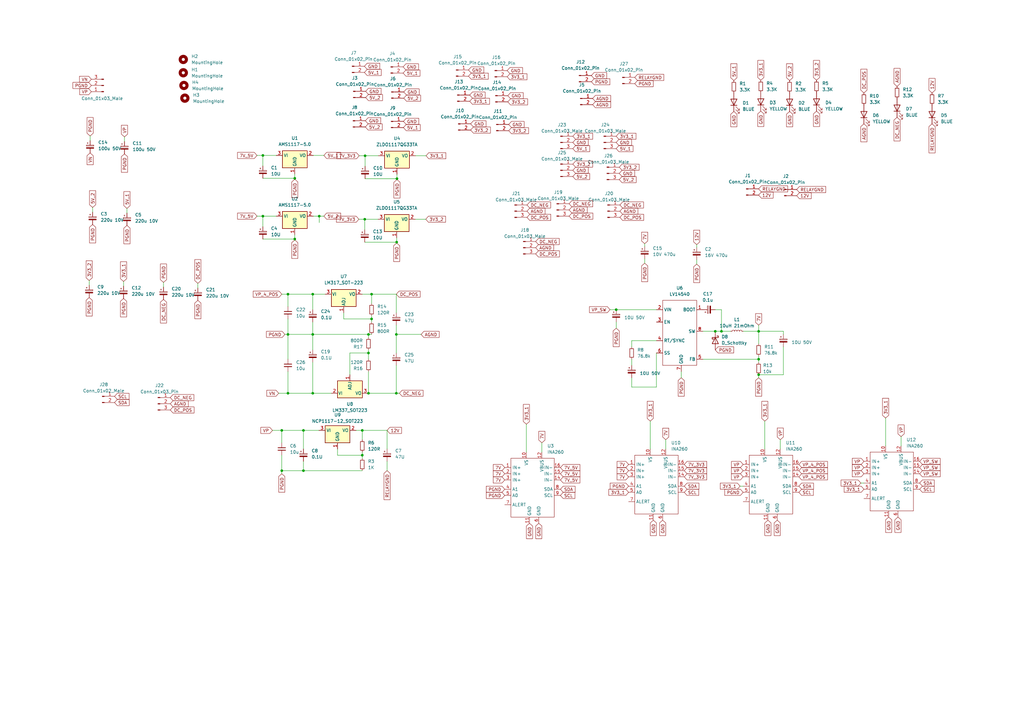
<source format=kicad_sch>
(kicad_sch (version 20231120) (generator "eeschema") (generator_version "8.0")
  (paper "A3")
  (junction (at 311.15 135.89))
  (junction (at 118.11 161.29))
  (junction (at 152.4 130.81))
  (junction (at 311.15 147.32))
  (junction (at 151.13 144.78))
  (junction (at 149.733 63.881))
  (junction (at 115.57 176.53))
  (junction (at 152.4 120.65))
  (junction (at 130.937 88.646))
  (junction (at 151.13 137.16))
  (junction (at 128.27 120.65))
  (junction (at 149.606 89.916))
  (junction (at 162.56 137.16))
  (junction (at 162.687 99.314))
  (junction (at 128.27 161.29))
  (junction (at 124.46 176.53))
  (junction (at 107.823 88.646))
  (junction (at 295.91 135.89))
  (junction (at 162.814 73.279))
  (junction (at 118.11 120.65))
  (junction (at 151.13 161.29))
  (junction (at 162.56 161.29))
  (junction (at 115.57 193.04))
  (junction (at 128.27 137.16))
  (junction (at 311.15 153.67))
  (junction (at 124.46 193.04))
  (junction (at 293.37 135.89))
  (junction (at 120.904 98.044))
  (junction (at 118.11 137.16))
  (junction (at 120.904 73.152))
  (junction (at 107.823 63.754))
  (junction (at 252.73 127))
  (junction (at 148.59 176.53))
  (junction (at 148.59 186.69))
  (wire (pts (xy 107.823 88.646) (xy 113.284 88.646)))
  (wire (pts (xy 148.59 185.42) (xy 148.59 186.69)))
  (wire (pts (xy 170.307 89.916) (xy 174.625 89.916)))
  (wire (pts (xy 130.937 88.646) (xy 128.524 88.646)))
  (wire (pts (xy 252.73 127) (xy 269.24 127)))
  (wire (pts (xy 311.15 133.35) (xy 311.15 135.89)))
  (wire (pts (xy 269.24 144.78) (xy 269.24 158.75)))
  (wire (pts (xy 124.46 176.53) (xy 130.81 176.53)))
  (wire (pts (xy 118.11 137.16) (xy 128.27 137.16)))
  (wire (pts (xy 252.73 134.62) (xy 252.73 132.08)))
  (wire (pts (xy 118.11 147.32) (xy 118.11 137.16)))
  (wire (pts (xy 36.576 115.062) (xy 36.576 116.967)))
  (wire (pts (xy 124.46 184.15) (xy 124.46 176.53)))
  (wire (pts (xy 152.4 130.81) (xy 152.4 132.08)))
  (wire (pts (xy 152.4 129.54) (xy 152.4 130.81)))
  (wire (pts (xy 138.43 184.15) (xy 138.43 186.69)))
  (wire (pts (xy 118.11 161.29) (xy 128.27 161.29)))
  (wire (pts (xy 162.687 99.695) (xy 162.687 99.314)))
  (wire (pts (xy 120.904 73.533) (xy 120.904 73.152)))
  (wire (pts (xy 146.05 176.53) (xy 148.59 176.53)))
  (wire (pts (xy 269.24 139.7) (xy 259.08 139.7)))
  (wire (pts (xy 259.08 158.75) (xy 259.08 154.94)))
  (wire (pts (xy 162.687 99.314) (xy 162.687 97.536)))
  (wire (pts (xy 107.823 63.754) (xy 113.284 63.754)))
  (wire (pts (xy 36.957 55.753) (xy 36.957 57.658)))
  (wire (pts (xy 37.973 85.09) (xy 37.973 86.995)))
  (wire (pts (xy 115.57 193.04) (xy 124.46 193.04)))
  (wire (pts (xy 158.75 189.23) (xy 158.75 193.04)))
  (wire (pts (xy 149.606 99.314) (xy 162.687 99.314)))
  (wire (pts (xy 107.823 98.044) (xy 120.904 98.044)))
  (wire (pts (xy 170.434 63.881) (xy 174.752 63.881)))
  (wire (pts (xy 162.56 161.29) (xy 163.83 161.29)))
  (wire (pts (xy 120.904 73.152) (xy 120.904 71.374)))
  (wire (pts (xy 321.31 153.67) (xy 311.15 153.67)))
  (wire (pts (xy 149.733 73.279) (xy 162.814 73.279)))
  (wire (pts (xy 67.056 115.824) (xy 67.056 117.729)))
  (wire (pts (xy 111.76 176.53) (xy 115.57 176.53)))
  (wire (pts (xy 162.56 161.29) (xy 162.56 149.86)))
  (wire (pts (xy 299.72 135.89) (xy 295.91 135.89)))
  (wire (pts (xy 120.904 98.044) (xy 120.904 96.266)))
  (wire (pts (xy 151.13 152.4) (xy 151.13 161.29)))
  (wire (pts (xy 138.43 186.69) (xy 148.59 186.69)))
  (wire (pts (xy 147.193 89.916) (xy 149.606 89.916)))
  (wire (pts (xy 264.414 99.949) (xy 264.414 101.092)))
  (wire (pts (xy 116.84 137.16) (xy 118.11 137.16)))
  (wire (pts (xy 149.733 63.881) (xy 155.194 63.881)))
  (wire (pts (xy 321.31 135.89) (xy 321.31 137.16)))
  (wire (pts (xy 128.27 161.29) (xy 135.89 161.29)))
  (wire (pts (xy 162.56 128.27) (xy 162.56 120.65)))
  (wire (pts (xy 215.9 173.99) (xy 215.9 185.42)))
  (wire (pts (xy 266.7 172.72) (xy 266.7 184.15)))
  (wire (pts (xy 140.97 128.27) (xy 140.97 130.81)))
  (wire (pts (xy 128.27 120.65) (xy 133.35 120.65)))
  (wire (pts (xy 118.11 152.4) (xy 118.11 161.29)))
  (wire (pts (xy 369.57 179.07) (xy 369.57 182.88)))
  (wire (pts (xy 118.11 130.81) (xy 118.11 137.16)))
  (wire (pts (xy 311.15 135.89) (xy 311.15 140.97)))
  (wire (pts (xy 143.51 144.78) (xy 151.13 144.78)))
  (wire (pts (xy 107.823 68.072) (xy 107.823 63.754)))
  (wire (pts (xy 148.59 186.69) (xy 148.59 187.96)))
  (wire (pts (xy 128.27 127) (xy 128.27 120.65)))
  (wire (pts (xy 353.06 198.12) (xy 354.33 198.12)))
  (wire (pts (xy 162.56 133.35) (xy 162.56 137.16)))
  (wire (pts (xy 132.842 88.646) (xy 130.937 88.646)))
  (wire (pts (xy 143.51 153.67) (xy 143.51 144.78)))
  (wire (pts (xy 128.27 137.16) (xy 128.27 132.08)))
  (wire (pts (xy 158.75 184.15) (xy 158.75 176.53)))
  (wire (pts (xy 148.59 176.53) (xy 148.59 180.34)))
  (wire (pts (xy 152.4 120.65) (xy 152.4 124.46)))
  (wire (pts (xy 81.153 116.205) (xy 81.153 118.11)))
  (wire (pts (xy 279.4 154.94) (xy 279.4 152.4)))
  (wire (pts (xy 311.15 148.59) (xy 311.15 147.32)))
  (wire (pts (xy 107.823 92.964) (xy 107.823 88.646)))
  (wire (pts (xy 105.41 88.646) (xy 107.823 88.646)))
  (wire (pts (xy 128.27 148.59) (xy 128.27 161.29)))
  (wire (pts (xy 152.4 120.65) (xy 162.56 120.65)))
  (wire (pts (xy 288.29 147.32) (xy 311.15 147.32)))
  (wire (pts (xy 50.673 115.443) (xy 50.673 117.348)))
  (wire (pts (xy 311.15 154.94) (xy 311.15 153.67)))
  (wire (pts (xy 115.57 176.53) (xy 124.46 176.53)))
  (wire (pts (xy 151.13 147.32) (xy 151.13 144.78)))
  (wire (pts (xy 222.25 181.61) (xy 222.25 185.42)))
  (wire (pts (xy 259.08 149.86) (xy 259.08 147.32)))
  (wire (pts (xy 151.13 161.29) (xy 162.56 161.29)))
  (wire (pts (xy 295.91 127) (xy 293.37 127)))
  (wire (pts (xy 295.91 135.89) (xy 295.91 127)))
  (wire (pts (xy 149.606 94.234) (xy 149.606 89.916)))
  (wire (pts (xy 303.53 199.39) (xy 304.8 199.39)))
  (wire (pts (xy 320.04 180.34) (xy 320.04 184.15)))
  (wire (pts (xy 151.13 144.78) (xy 151.13 143.51)))
  (wire (pts (xy 293.37 135.89) (xy 295.91 135.89)))
  (wire (pts (xy 115.57 120.65) (xy 118.11 120.65)))
  (wire (pts (xy 259.08 139.7) (xy 259.08 142.24)))
  (wire (pts (xy 148.59 120.65) (xy 152.4 120.65)))
  (wire (pts (xy 273.05 180.34) (xy 273.05 184.15)))
  (wire (pts (xy 115.57 181.61) (xy 115.57 176.53)))
  (wire (pts (xy 285.75 108.331) (xy 285.75 106.553)))
  (wire (pts (xy 124.46 193.04) (xy 124.46 189.23)))
  (wire (pts (xy 107.823 73.152) (xy 120.904 73.152)))
  (wire (pts (xy 321.31 142.24) (xy 321.31 153.67)))
  (wire (pts (xy 363.22 171.45) (xy 363.22 182.88)))
  (wire (pts (xy 105.41 63.754) (xy 107.823 63.754)))
  (wire (pts (xy 162.56 144.78) (xy 162.56 137.16)))
  (wire (pts (xy 264.414 107.95) (xy 264.414 106.172)))
  (wire (pts (xy 124.46 193.04) (xy 148.59 193.04)))
  (wire (pts (xy 118.11 125.73) (xy 118.11 120.65)))
  (wire (pts (xy 285.75 100.33) (xy 285.75 101.473)))
  (wire (pts (xy 250.19 127) (xy 252.73 127)))
  (wire (pts (xy 118.11 120.65) (xy 128.27 120.65)))
  (wire (pts (xy 304.8 135.89) (xy 311.15 135.89)))
  (wire (pts (xy 311.15 147.32) (xy 311.15 146.05)))
  (wire (pts (xy 151.13 137.16) (xy 152.4 137.16)))
  (wire (pts (xy 140.97 130.81) (xy 152.4 130.81)))
  (wire (pts (xy 147.32 63.881) (xy 149.733 63.881)))
  (wire (pts (xy 120.904 98.425) (xy 120.904 98.044)))
  (wire (pts (xy 162.814 73.66) (xy 162.814 73.279)))
  (wire (pts (xy 149.733 68.199) (xy 149.733 63.881)))
  (wire (pts (xy 311.15 135.89) (xy 321.31 135.89)))
  (wire (pts (xy 269.24 158.75) (xy 259.08 158.75)))
  (wire (pts (xy 128.524 63.754) (xy 132.842 63.754)))
  (wire (pts (xy 288.29 135.89) (xy 293.37 135.89)))
  (wire (pts (xy 151.13 137.16) (xy 151.13 138.43)))
  (wire (pts (xy 115.57 193.04) (xy 115.57 194.31)))
  (wire (pts (xy 313.69 172.72) (xy 313.69 184.15)))
  (wire (pts (xy 130.937 91.313) (xy 130.937 88.646)))
  (wire (pts (xy 115.57 186.69) (xy 115.57 193.04)))
  (wire (pts (xy 128.27 143.51) (xy 128.27 137.16)))
  (wire (pts (xy 51.054 56.134) (xy 51.054 58.039)))
  (wire (pts (xy 162.814 73.279) (xy 162.814 71.501)))
  (wire (pts (xy 128.27 137.16) (xy 151.13 137.16)))
  (wire (pts (xy 114.3 161.29) (xy 118.11 161.29)))
  (wire (pts (xy 148.59 176.53) (xy 158.75 176.53)))
  (wire (pts (xy 172.72 137.16) (xy 162.56 137.16)))
  (wire (pts (xy 52.07 85.471) (xy 52.07 87.376)))
  (wire (pts (xy 149.606 89.916) (xy 155.067 89.916)))
  (global_label "3V3_1" (shape input) (at 353.06 198.12 180) (property "Intersheetrefs" "${INTERSHEET_REFS}" (effects (hide yes))))
  (global_label "3V3_1" (shape input) (at 192.151 31.242 0) (property "Intersheetrefs" "${INTERSHEET_REFS}" (effects (hide yes))))
  (global_label "PGND" (shape input) (at 207.01 203.2 180) (property "Intersheetrefs" "${INTERSHEET_REFS}" (effects (hide yes))))
  (global_label "GND" (shape input) (at 312.039 45.593 270) (property "Intersheetrefs" "${INTERSHEET_REFS}" (effects (hide yes))))
  (global_label "VP" (shape input) (at 354.33 189.23 180) (property "Intersheetrefs" "${INTERSHEET_REFS}" (effects (hide yes))))
  (global_label "7V_5V" (shape input) (at 105.41 63.754 180) (property "Intersheetrefs" "${INTERSHEET_REFS}" (effects (hide yes))))
  (global_label "SDA" (shape input) (at 280.67 199.39 0) (property "Intersheetrefs" "${INTERSHEET_REFS}" (effects (hide yes))))
  (global_label "SCL" (shape input) (at 46.99 162.56 0) (property "Intersheetrefs" "${INTERSHEET_REFS}" (effects (hide yes))))
  (global_label "DC_NEG" (shape input) (at 254.254 84.074 0) (property "Intersheetrefs" "${INTERSHEET_REFS}" (effects (hide yes))))
  (global_label "AGND" (shape input) (at 233.426 86.106 0) (property "Intersheetrefs" "${INTERSHEET_REFS}" (effects (hide yes))))
  (global_label "GND" (shape input) (at 242.57 30.988 0) (property "Intersheetrefs" "${INTERSHEET_REFS}" (effects (hide yes))))
  (global_label "5V_2" (shape input) (at 165.608 40.259 0) (property "Intersheetrefs" "${INTERSHEET_REFS}" (effects (hide yes))))
  (global_label "SDA" (shape input) (at 377.19 198.12 0) (property "Intersheetrefs" "${INTERSHEET_REFS}" (effects (hide yes))))
  (global_label "PGND" (shape input) (at 36.576 122.047 270) (property "Intersheetrefs" "${INTERSHEET_REFS}" (effects (hide yes))))
  (global_label "VP" (shape input) (at 37.465 37.592 180) (property "Intersheetrefs" "${INTERSHEET_REFS}" (effects (hide yes))))
  (global_label "GND" (shape input) (at 165.608 37.719 0) (property "Intersheetrefs" "${INTERSHEET_REFS}" (effects (hide yes))))
  (global_label "DC_NEG" (shape input) (at 219.71 99.06 0) (property "Intersheetrefs" "${INTERSHEET_REFS}" (effects (hide yes))))
  (global_label "3V3_2" (shape input) (at 234.95 67.31 0) (property "Intersheetrefs" "${INTERSHEET_REFS}" (effects (hide yes))))
  (global_label "VN" (shape input) (at 114.3 161.29 180) (property "Intersheetrefs" "${INTERSHEET_REFS}" (effects (hide yes))))
  (global_label "GND" (shape input) (at 252.73 58.42 0) (property "Intersheetrefs" "${INTERSHEET_REFS}" (effects (hide yes))))
  (global_label "VP_SW" (shape input) (at 377.19 194.31 0) (property "Intersheetrefs" "${INTERSHEET_REFS}" (effects (hide yes))))
  (global_label "GND" (shape input) (at 165.354 27.432 0) (property "Intersheetrefs" "${INTERSHEET_REFS}" (effects (hide yes))))
  (global_label "3V3_1" (shape input) (at 234.95 55.88 0) (property "Intersheetrefs" "${INTERSHEET_REFS}" (effects (hide yes))))
  (global_label "3V3_2" (shape input) (at 193.04 53.34 0) (property "Intersheetrefs" "${INTERSHEET_REFS}" (effects (hide yes))))
  (global_label "RELAYGND" (shape input) (at 382.27 50.8 270) (property "Intersheetrefs" "${INTERSHEET_REFS}" (effects (hide yes))))
  (global_label "GND" (shape input) (at 271.78 213.36 270) (property "Intersheetrefs" "${INTERSHEET_REFS}" (effects (hide yes))))
  (global_label "3V3_2" (shape input) (at 254 68.58 0) (property "Intersheetrefs" "${INTERSHEET_REFS}" (effects (hide yes))))
  (global_label "GND" (shape input) (at 318.77 213.36 270) (property "Intersheetrefs" "${INTERSHEET_REFS}" (effects (hide yes))))
  (global_label "7V_5V" (shape input) (at 229.87 191.77 0) (property "Intersheetrefs" "${INTERSHEET_REFS}" (effects (hide yes))))
  (global_label "VP_4_POS" (shape input) (at 115.57 120.65 180) (property "Intersheetrefs" "${INTERSHEET_REFS}" (effects (hide yes))))
  (global_label "AGND" (shape input) (at 219.71 101.6 0) (property "Intersheetrefs" "${INTERSHEET_REFS}" (effects (hide yes))))
  (global_label "PGND" (shape input) (at 162.814 73.66 270) (property "Intersheetrefs" "${INTERSHEET_REFS}" (effects (hide yes))))
  (global_label "PGND" (shape input) (at 50.673 122.428 270) (property "Intersheetrefs" "${INTERSHEET_REFS}" (effects (hide yes))))
  (global_label "3V3_2" (shape input) (at 36.576 115.062 90) (property "Intersheetrefs" "${INTERSHEET_REFS}" (effects (hide yes))))
  (global_label "AGND" (shape input) (at 172.72 137.16 0) (property "Intersheetrefs" "${INTERSHEET_REFS}" (effects (hide yes))))
  (global_label "SDA" (shape input) (at 327.66 199.39 0) (property "Intersheetrefs" "${INTERSHEET_REFS}" (effects (hide yes))))
  (global_label "5V_1" (shape input) (at 165.354 29.972 0) (property "Intersheetrefs" "${INTERSHEET_REFS}" (effects (hide yes))))
  (global_label "RELAYGND" (shape input) (at 311.15 77.47 0) (property "Intersheetrefs" "${INTERSHEET_REFS}" (effects (hide yes))))
  (global_label "VP" (shape input) (at 320.04 180.34 90) (property "Intersheetrefs" "${INTERSHEET_REFS}" (effects (hide yes))))
  (global_label "GND" (shape input) (at 314.96 213.36 270) (property "Intersheetrefs" "${INTERSHEET_REFS}" (effects (hide yes))))
  (global_label "DC_NEG" (shape input) (at 233.426 83.566 0) (property "Intersheetrefs" "${INTERSHEET_REFS}" (effects (hide yes))))
  (global_label "GND" (shape input) (at 192.659 38.989 0) (property "Intersheetrefs" "${INTERSHEET_REFS}" (effects (hide yes))))
  (global_label "3V3_1" (shape input) (at 257.81 201.93 180) (property "Intersheetrefs" "${INTERSHEET_REFS}" (effects (hide yes))))
  (global_label "7V" (shape input) (at 273.05 180.34 90) (property "Intersheetrefs" "${INTERSHEET_REFS}" (effects (hide yes))))
  (global_label "3V3_1" (shape input) (at 312.039 32.893 90) (property "Intersheetrefs" "${INTERSHEET_REFS}" (effects (hide yes))))
  (global_label "5V_2" (shape input) (at 254 73.66 0) (property "Intersheetrefs" "${INTERSHEET_REFS}" (effects (hide yes))))
  (global_label "SDA" (shape input) (at 229.87 200.66 0) (property "Intersheetrefs" "${INTERSHEET_REFS}" (effects (hide yes))))
  (global_label "5V_1" (shape input) (at 252.73 60.96 0) (property "Intersheetrefs" "${INTERSHEET_REFS}" (effects (hide yes))))
  (global_label "GND" (shape input) (at 234.95 58.42 0) (property "Intersheetrefs" "${INTERSHEET_REFS}" (effects (hide yes))))
  (global_label "AGND" (shape input) (at 243.078 42.926 0) (property "Intersheetrefs" "${INTERSHEET_REFS}" (effects (hide yes))))
  (global_label "AGND" (shape input) (at 243.078 40.386 0) (property "Intersheetrefs" "${INTERSHEET_REFS}" (effects (hide yes))))
  (global_label "GND" (shape input) (at 368.3 212.09 270) (property "Intersheetrefs" "${INTERSHEET_REFS}" (effects (hide yes))))
  (global_label "DC_POS" (shape input) (at 254.254 89.154 0) (property "Intersheetrefs" "${INTERSHEET_REFS}" (effects (hide yes))))
  (global_label "7V_3V3" (shape input) (at 280.67 190.5 0) (property "Intersheetrefs" "${INTERSHEET_REFS}" (effects (hide yes))))
  (global_label "12V" (shape input) (at 382.27 38.1 90) (property "Intersheetrefs" "${INTERSHEET_REFS}" (effects (hide yes))))
  (global_label "VN" (shape input) (at 36.957 62.738 270) (property "Intersheetrefs" "${INTERSHEET_REFS}" (effects (hide yes))))
  (global_label "12V" (shape input) (at 311.15 80.01 0) (property "Intersheetrefs" "${INTERSHEET_REFS}" (effects (hide yes))))
  (global_label "VP_4_POS" (shape input) (at 327.66 195.58 0) (property "Intersheetrefs" "${INTERSHEET_REFS}" (effects (hide yes))))
  (global_label "7V_3V3" (shape input) (at 280.67 195.58 0) (property "Intersheetrefs" "${INTERSHEET_REFS}" (effects (hide yes))))
  (global_label "7V" (shape input) (at 207.01 191.77 180) (property "Intersheetrefs" "${INTERSHEET_REFS}" (effects (hide yes))))
  (global_label "PGND" (shape input) (at 279.4 154.94 270) (property "Intersheetrefs" "${INTERSHEET_REFS}" (effects (hide yes))))
  (global_label "3V3_2" (shape input) (at 174.625 89.916 0) (property "Intersheetrefs" "${INTERSHEET_REFS}" (effects (hide yes))))
  (global_label "VP" (shape input) (at 354.33 191.77 180) (property "Intersheetrefs" "${INTERSHEET_REFS}" (effects (hide yes))))
  (global_label "PGND" (shape input) (at 162.687 99.695 270) (property "Intersheetrefs" "${INTERSHEET_REFS}" (effects (hide yes))))
  (global_label "VP_4_POS" (shape input) (at 327.66 193.04 0) (property "Intersheetrefs" "${INTERSHEET_REFS}" (effects (hide yes))))
  (global_label "3V3_1" (shape input) (at 215.9 173.99 90) (property "Intersheetrefs" "${INTERSHEET_REFS}" (effects (hide yes))))
  (global_label "5V_1" (shape input) (at 300.99 33.02 90) (property "Intersheetrefs" "${INTERSHEET_REFS}" (effects (hide yes))))
  (global_label "VP" (shape input) (at 304.8 193.04 180) (property "Intersheetrefs" "${INTERSHEET_REFS}" (effects (hide yes))))
  (global_label "DC_POS" (shape input) (at 81.153 116.205 90) (property "Intersheetrefs" "${INTERSHEET_REFS}" (effects (hide yes))))
  (global_label "PGND" (shape input) (at 311.15 154.94 270) (property "Intersheetrefs" "${INTERSHEET_REFS}" (effects (hide yes))))
  (global_label "DC_POS" (shape input) (at 354.33 38.1 90) (property "Intersheetrefs" "${INTERSHEET_REFS}" (effects (hide yes))))
  (global_label "PGND" (shape input) (at 52.07 92.456 270) (property "Intersheetrefs" "${INTERSHEET_REFS}" (effects (hide yes))))
  (global_label "DC_NEG" (shape input) (at 69.85 163.068 0) (property "Intersheetrefs" "${INTERSHEET_REFS}" (effects (hide yes))))
  (global_label "5V_1" (shape input) (at 234.95 60.96 0) (property "Intersheetrefs" "${INTERSHEET_REFS}" (effects (hide yes))))
  (global_label "PGND" (shape input) (at 264.414 107.95 270) (property "Intersheetrefs" "${INTERSHEET_REFS}" (effects (hide yes))))
  (global_label "7V" (shape input) (at 311.15 133.35 90) (property "Intersheetrefs" "${INTERSHEET_REFS}" (effects (hide yes))))
  (global_label "5V_2" (shape input) (at 149.86 52.07 0) (property "Intersheetrefs" "${INTERSHEET_REFS}" (effects (hide yes))))
  (global_label "7V" (shape input) (at 257.81 190.5 180) (property "Intersheetrefs" "${INTERSHEET_REFS}" (effects (hide yes))))
  (global_label "GND" (shape input) (at 208.661 51.054 0) (property "Intersheetrefs" "${INTERSHEET_REFS}" (effects (hide yes))))
  (global_label "GND" (shape input) (at 300.99 45.72 270) (property "Intersheetrefs" "${INTERSHEET_REFS}" (effects (hide yes))))
  (global_label "RELAYGND" (shape input) (at 260.35 31.75 0) (property "Intersheetrefs" "${INTERSHEET_REFS}" (effects (hide yes))))
  (global_label "7V" (shape input) (at 257.81 193.04 180) (property "Intersheetrefs" "${INTERSHEET_REFS}" (effects (hide yes))))
  (global_label "AGND" (shape input) (at 69.85 165.608 0) (property "Intersheetrefs" "${INTERSHEET_REFS}" (effects (hide yes))))
  (global_label "5V_2" (shape input) (at 323.85 33.02 90) (property "Intersheetrefs" "${INTERSHEET_REFS}" (effects (hide yes))))
  (global_label "5V_2" (shape input) (at 37.973 85.09 90) (property "Intersheetrefs" "${INTERSHEET_REFS}" (effects (hide yes))))
  (global_label "DC_POS" (shape input) (at 216.154 89.154 0) (property "Intersheetrefs" "${INTERSHEET_REFS}" (effects (hide yes))))
  (global_label "AGND" (shape input) (at 216.154 86.614 0) (property "Intersheetrefs" "${INTERSHEET_REFS}" (effects (hide yes))))
  (global_label "7V" (shape input) (at 257.81 195.58 180) (property "Intersheetrefs" "${INTERSHEET_REFS}" (effects (hide yes))))
  (global_label "12V" (shape input) (at 158.75 176.53 0) (property "Intersheetrefs" "${INTERSHEET_REFS}" (effects (hide yes))))
  (global_label "12V" (shape input) (at 326.771 80.264 0) (property "Intersheetrefs" "${INTERSHEET_REFS}" (effects (hide yes))))
  (global_label "PGND" (shape input) (at 67.056 115.824 90) (property "Intersheetrefs" "${INTERSHEET_REFS}" (effects (hide yes))))
  (global_label "GND" (shape input) (at 217.17 214.63 270) (property "Intersheetrefs" "${INTERSHEET_REFS}" (effects (hide yes))))
  (global_label "5V_1" (shape input) (at 165.481 52.324 0) (property "Intersheetrefs" "${INTERSHEET_REFS}" (effects (hide yes))))
  (global_label "5V_2" (shape input) (at 234.95 72.39 0) (property "Intersheetrefs" "${INTERSHEET_REFS}" (effects (hide yes))))
  (global_label "GND" (shape input) (at 149.479 27.178 0) (property "Intersheetrefs" "${INTERSHEET_REFS}" (effects (hide yes))))
  (global_label "5V_1" (shape input) (at 132.842 63.754 0) (property "Intersheetrefs" "${INTERSHEET_REFS}" (effects (hide yes))))
  (global_label "DC_NEG" (shape input) (at 67.056 122.809 270) (property "Intersheetrefs" "${INTERSHEET_REFS}" (effects (hide yes))))
  (global_label "GND" (shape input) (at 192.151 28.702 0) (property "Intersheetrefs" "${INTERSHEET_REFS}" (effects (hide yes))))
  (global_label "VN" (shape input) (at 37.465 32.512 180) (property "Intersheetrefs" "${INTERSHEET_REFS}" (effects (hide yes))))
  (global_label "GND" (shape input) (at 334.899 45.593 270) (property "Intersheetrefs" "${INTERSHEET_REFS}" (effects (hide yes))))
  (global_label "3V3_1" (shape input) (at 174.752 63.881 0) (property "Intersheetrefs" "${INTERSHEET_REFS}" (effects (hide yes))))
  (global_label "PGND" (shape input) (at 242.57 33.528 0) (property "Intersheetrefs" "${INTERSHEET_REFS}" (effects (hide yes))))
  (global_label "PGND" (shape input) (at 293.37 143.51 0) (property "Intersheetrefs" "${INTERSHEET_REFS}" (effects (hide yes))))
  (global_label "VP" (shape input) (at 304.8 195.58 180) (property "Intersheetrefs" "${INTERSHEET_REFS}" (effects (hide yes))))
  (global_label "PGND" (shape input) (at 304.8 201.93 180) (property "Intersheetrefs" "${INTERSHEET_REFS}" (effects (hide yes))))
  (global_label "GND" (shape input) (at 193.04 50.8 0) (property "Intersheetrefs" "${INTERSHEET_REFS}" (effects (hide yes))))
  (global_label "DC_POS" (shape input) (at 219.71 104.14 0) (property "Intersheetrefs" "${INTERSHEET_REFS}" (effects (hide yes))))
  (global_label "5V_2" (shape input) (at 132.842 88.646 0) (property "Intersheetrefs" "${INTERSHEET_REFS}" (effects (hide yes))))
  (global_label "3V3_2" (shape input) (at 208.661 53.594 0) (property "Intersheetrefs" "${INTERSHEET_REFS}" (effects (hide yes))))
  (global_label "PGND" (shape input) (at 260.35 34.29 0) (property "Intersheetrefs" "${INTERSHEET_REFS}" (effects (hide yes))))
  (global_label "GND" (shape input) (at 220.98 214.63 270) (property "Intersheetrefs" "${INTERSHEET_REFS}" (effects (hide yes))))
  (global_label "3V3_1" (shape input) (at 50.673 115.443 90) (property "Intersheetrefs" "${INTERSHEET_REFS}" (effects (hide yes))))
  (global_label "PGND" (shape input) (at 252.73 134.62 270) (property "Intersheetrefs" "${INTERSHEET_REFS}" (effects (hide yes))))
  (global_label "DC_POS" (shape input) (at 233.426 88.646 0) (property "Intersheetrefs" "${INTERSHEET_REFS}" (effects (hide yes))))
  (global_label "3V3_1" (shape input) (at 208.026 31.496 0) (property "Intersheetrefs" "${INTERSHEET_REFS}" (effects (hide yes))))
  (global_label "PGND" (shape input) (at 285.75 108.331 270) (property "Intersheetrefs" "${INTERSHEET_REFS}" (effects (hide yes))))
  (global_label "DC_NEG" (shape input) (at 216.154 84.074 0) (property "Intersheetrefs" "${INTERSHEET_REFS}" (effects (hide yes))))
  (global_label "DC_POS" (shape input) (at 162.56 120.65 0) (property "Intersheetrefs" "${INTERSHEET_REFS}" (effects (hide yes))))
  (global_label "3V3_1" (shape input) (at 363.22 171.45 90) (property "Intersheetrefs" "${INTERSHEET_REFS}" (effects (hide yes))))
  (global_label "SCL" (shape input) (at 280.67 201.93 0) (property "Intersheetrefs" "${INTERSHEET_REFS}" (effects (hide yes))))
  (global_label "7V_3V3" (shape input) (at 147.193 89.916 180) (property "Intersheetrefs" "${INTERSHEET_REFS}" (effects (hide yes))))
  (global_label "RELAYGND" (shape input) (at 326.771 77.724 0) (property "Intersheetrefs" "${INTERSHEET_REFS}" (effects (hide yes))))
  (global_label "GND" (shape input) (at 254 71.12 0) (property "Intersheetrefs" "${INTERSHEET_REFS}" (effects (hide yes))))
  (global_label "SCL" (shape input) (at 327.66 201.93 0) (property "Intersheetrefs" "${INTERSHEET_REFS}" (effects (hide yes))))
  (global_label "VP_SW" (shape input) (at 250.19 127 180) (property "Intersheetrefs" "${INTERSHEET_REFS}" (effects (hide yes))))
  (global_label "7V" (shape input) (at 222.25 181.61 90) (property "Intersheetrefs" "${INTERSHEET_REFS}" (effects (hide yes))))
  (global_label "7V" (shape input) (at 264.414 99.949 90) (property "Intersheetrefs" "${INTERSHEET_REFS}" (effects (hide yes))))
  (global_label "SCL" (shape input) (at 229.87 203.2 0) (property "Intersheetrefs" "${INTERSHEET_REFS}" (effects (hide yes))))
  (global_label "7V_5V" (shape input) (at 229.87 196.85 0) (property "Intersheetrefs" "${INTERSHEET_REFS}" (effects (hide yes))))
  (global_label "GND" (shape input) (at 149.86 49.53 0) (property "Intersheetrefs" "${INTERSHEET_REFS}" (effects (hide yes))))
  (global_label "GND" (shape input) (at 208.28 39.243 0) (property "Intersheetrefs" "${INTERSHEET_REFS}" (effects (hide yes))))
  (global_label "VP" (shape input) (at 51.054 56.134 90) (property "Intersheetrefs" "${INTERSHEET_REFS}" (effects (hide yes))))
  (global_label "DC_NEG" (shape input) (at 163.83 161.29 0) (property "Intersheetrefs" "${INTERSHEET_REFS}" (effects (hide yes))))
  (global_label "GND" (shape input) (at 364.49 212.09 270) (property "Intersheetrefs" "${INTERSHEET_REFS}" (effects (hide yes))))
  (global_label "GND" (shape input) (at 323.85 45.72 270) (property "Intersheetrefs" "${INTERSHEET_REFS}" (effects (hide yes))))
  (global_label "DC_NEG" (shape input) (at 367.919 48.133 270) (property "Intersheetrefs" "${INTERSHEET_REFS}" (effects (hide yes))))
  (global_label "AGND" (shape input) (at 367.919 35.433 90) (property "Intersheetrefs" "${INTERSHEET_REFS}" (effects (hide yes))))
  (global_label "SDA" (shape input) (at 46.99 165.1 0) (property "Intersheetrefs" "${INTERSHEET_REFS}" (effects (hide yes))))
  (global_label "VP_SW" (shape input) (at 377.19 191.77 0) (property "Intersheetrefs" "${INTERSHEET_REFS}" (effects (hide yes))))
  (global_label "5V_1" (shape input) (at 149.479 29.718 0) (property "Intersheetrefs" "${INTERSHEET_REFS}" (effects (hide yes))))
  (global_label "PGND" (shape input) (at 37.973 92.075 270) (property "Intersheetrefs" "${INTERSHEET_REFS}" (effects (hide yes))))
  (global_label "VP_SW" (shape input) (at 377.19 189.23 0) (property "Intersheetrefs" "${INTERSHEET_REFS}" (effects (hide yes))))
  (global_label "AGND" (shape input) (at 254.254 86.614 0) (property "Intersheetrefs" "${INTERSHEET_REFS}" (effects (hide yes))))
  (global_label "7V" (shape input) (at 207.01 196.85 180) (property "Intersheetrefs" "${INTERSHEET_REFS}" (effects (hide yes))))
  (global_label "VP" (shape input) (at 369.57 179.07 90) (property "Intersheetrefs" "${INTERSHEET_REFS}" (effects (hide yes))))
  (global_label "7V" (shape input) (at 207.01 194.31 180) (property "Intersheetrefs" "${INTERSHEET_REFS}" (effects (hide yes))))
  (global_label "GND" (shape input) (at 165.481 49.784 0) (property "Intersheetrefs" "${INTERSHEET_REFS}" (effects (hide yes))))
  (global_label "VP" (shape input) (at 111.76 176.53 180) (property "Intersheetrefs" "${INTERSHEET_REFS}" (effects (hide yes))))
  (global_label "SCL" (shape input) (at 377.19 200.66 0) (property "Intersheetrefs" "${INTERSHEET_REFS}" (effects (hide yes))))
  (global_label "3V3_1" (shape input) (at 354.33 200.66 180) (property "Intersheetrefs" "${INTERSHEET_REFS}" (effects (hide yes))))
  (global_label "PGND" (shape input) (at 36.957 55.753 90) (property "Intersheetrefs" "${INTERSHEET_REFS}" (effects (hide yes))))
  (global_label "PGND" (shape input) (at 120.904 98.425 270) (property "Intersheetrefs" "${INTERSHEET_REFS}" (effects (hide yes))))
  (global_label "5V_1" (shape input) (at 52.07 85.471 90) (property "Intersheetrefs" "${INTERSHEET_REFS}" (effects (hide yes))))
  (global_label "PGND" (shape input) (at 81.153 123.19 270) (property "Intersheetrefs" "${INTERSHEET_REFS}" (effects (hide yes))))
  (global_label "7V_3V3" (shape input) (at 280.67 193.04 0) (property "Intersheetrefs" "${INTERSHEET_REFS}" (effects (hide yes))))
  (global_label "VP" (shape input) (at 354.33 194.31 180) (property "Intersheetrefs" "${INTERSHEET_REFS}" (effects (hide yes))))
  (global_label "3V3_1" (shape input) (at 192.659 41.529 0) (property "Intersheetrefs" "${INTERSHEET_REFS}" (effects (hide yes))))
  (global_label "7V_5V" (shape input) (at 105.41 88.646 180) (property "Intersheetrefs" "${INTERSHEET_REFS}" (effects (hide yes))))
  (global_label "7V_5V" (shape input) (at 229.87 194.31 0) (property "Intersheetrefs" "${INTERSHEET_REFS}" (effects (hide yes))))
  (global_label "PGND" (shape input) (at 120.904 73.533 270) (property "Intersheetrefs" "${INTERSHEET_REFS}" (effects (hide yes))))
  (global_label "GND" (shape input) (at 208.026 28.956 0) (property "Intersheetrefs" "${INTERSHEET_REFS}" (effects (hide yes))))
  (global_label "VP" (shape input) (at 304.8 190.5 180) (property "Intersheetrefs" "${INTERSHEET_REFS}" (effects (hide yes))))
  (global_label "VP_4_POS" (shape input) (at 327.66 190.5 0) (property "Intersheetrefs" "${INTERSHEET_REFS}" (effects (hide yes))))
  (global_label "GND" (shape input) (at 267.97 213.36 270) (property "Intersheetrefs" "${INTERSHEET_REFS}" (effects (hide yes))))
  (global_label "PGND" (shape input) (at 37.465 35.052 180) (property "Intersheetrefs" "${INTERSHEET_REFS}" (effects (hide yes))))
  (global_label "PGND" (shape input) (at 257.81 199.39 180) (property "Intersheetrefs" "${INTERSHEET_REFS}" (effects (hide yes))))
  (global_label "PGND" (shape input) (at 51.054 63.119 270) (property "Intersheetrefs" "${INTERSHEET_REFS}" (effects (hide yes))))
  (global_label "3V3_2" (shape input) (at 208.28 41.783 0) (property "Intersheetrefs" "${INTERSHEET_REFS}" (effects (hide yes))))
  (global_label "3V3_2" (shape input) (at 334.899 32.893 90) (property "Intersheetrefs" "${INTERSHEET_REFS}" (effects (hide yes))))
  (global_label "PGND" (shape input) (at 115.57 194.31 270) (property "Intersheetrefs" "${INTERSHEET_REFS}" (effects (hide yes))))
  (global_label "DC_POS" (shape input) (at 69.85 168.148 0) (property "Intersheetrefs" "${INTERSHEET_REFS}" (effects (hide yes))))
  (global_label "3V3_1" (shape input) (at 303.53 199.39 180) (property "Intersheetrefs" "${INTERSHEET_REFS}" (effects (hide yes))))
  (global_label "GND" (shape input) (at 234.95 69.85 0) (property "Intersheetrefs" "${INTERSHEET_REFS}" (effects (hide yes))))
  (global_label "RELAYGND" (shape input) (at 158.75 193.04 270) (property "Intersheetrefs" "${INTERSHEET_REFS}" (effects (hide yes))))
  (global_label "PGND" (shape input) (at 116.84 137.16 180) (property "Intersheetrefs" "${INTERSHEET_REFS}" (effects (hide yes))))
  (global_label "3V3_1" (shape input) (at 252.73 55.88 0) (property "Intersheetrefs" "${INTERSHEET_REFS}" (effects (hide yes))))
  (global_label "7V_3V3" (shape input) (at 147.32 63.881 180) (property "Intersheetrefs" "${INTERSHEET_REFS}" (effects (hide yes))))
  (global_label "GND" (shape input) (at 149.987 37.465 0) (property "Intersheetrefs" "${INTERSHEET_REFS}" (effects (hide yes))))
  (global_label "5V_2" (shape input) (at 149.987 40.005 0) (property "Intersheetrefs" "${INTERSHEET_REFS}" (effects (hide yes))))
  (global_label "3V3_1" (shape input) (at 266.7 172.72 90) (property "Intersheetrefs" "${INTERSHEET_REFS}" (effects (hide yes))))
  (global_label "AGND" (shape input) (at 354.33 50.8 270) (property "Intersheetrefs" "${INTERSHEET_REFS}" (effects (hide yes))))
  (global_label "3V3_1" (shape input) (at 313.69 172.72 90) (property "Intersheetrefs" "${INTERSHEET_REFS}" (effects (hide yes))))
  (global_label "PGND" (shape input) (at 207.01 200.66 180) (property "Intersheetrefs" "${INTERSHEET_REFS}" (effects (hide yes))))
  (global_label "12V" (shape input) (at 285.75 100.33 90) (property "Intersheetrefs" "${INTERSHEET_REFS}" (effects (hide yes))))
  (symbol (lib_id "Device:C_Polarized_Small") (at 67.056 120.269 0) (unit 1)
    (property "Reference" "C20" (at 70.358 118.4528 0) (effects (justify left)))
    (property "Value" "220u 10V" (at 70.358 120.9928 0) (effects (justify left)))
    (property "Footprint" "Capacitor_THT:CP_Radial_D6.3mm_P2.50mm" (effects (hide yes)))
  )
  (symbol (lib_id "Connector:Conn_01x03_Male") (at 249.174 86.614 0) (unit 1)
    (property "Reference" "J20" (at 249.809 79.375 0))
    (property "Value" "Conn_01x03_Male" (at 249.809 81.915 0))
    (property "Footprint" "Connector_JST:JST_PH_B3B-PH-K_1x03_P2.00mm_Vertical" (effects (hide yes)))
  )
  (symbol (lib_id "Regulator_Linear:LM317_SOT-223") (at 140.97 120.65 0) (unit 1)
    (property "Reference" "U7" (at 140.97 113.411 0))
    (property "Value" "LM317_SOT-223" (at 140.97 115.951 0))
    (property "Footprint" "Package_TO_SOT_SMD:SOT-223-3_TabPin2" (effects (hide yes)))
    (property "Datasheet" "http://www.ti.com/lit/ds/symlink/lm317.pdf" (effects (hide yes)))
  )
  (symbol (lib_id "Device:LED") (at 334.899 41.783 90) (unit 1)
    (property "Reference" "D4" (at 338.455 42.1004 90) (effects (justify right)))
    (property "Value" "YELLOW" (at 338.455 44.6404 90) (effects (justify right)))
    (property "Footprint" "LED_SMD:LED_0805_2012Metric_Pad1.15x1.40mm_HandSolder" (effects (hide yes)))
  )
  (symbol (lib_id "Mechanical:MountingHole") (at 75.184 24.384 0) (unit 1)
    (property "Reference" "H2" (at 78.486 23.1139 0) (effects (justify left)))
    (property "Value" "MountingHole" (at 78.486 25.6539 0) (effects (justify left)))
    (property "Footprint" "MountingHole:MountingHole_3.2mm_M3" (effects (hide yes)))
  )
  (symbol (lib_id "Device:LED") (at 367.919 44.323 90) (unit 1)
    (property "Reference" "D7" (at 371.475 44.6404 90) (effects (justify right)))
    (property "Value" "BLUE" (at 371.475 47.1804 90) (effects (justify right)))
    (property "Footprint" "LED_SMD:LED_0805_2012Metric_Pad1.15x1.40mm_HandSolder" (effects (hide yes)))
  )
  (symbol (lib_id "Device:R_Small") (at 259.08 144.78 0) (unit 1)
    (property "Reference" "R8" (at 261.366 143.5099 0) (effects (justify left)))
    (property "Value" "76.8k" (at 261.366 146.0499 0) (effects (justify left)))
    (property "Footprint" "Resistor_SMD:R_0603_1608Metric_Pad0.98x0.95mm_HandSolder" (effects (hide yes)))
  )
  (symbol (lib_id "Connector:Conn_01x02_Pin") (at 255.27 31.75 0) (unit 1)
    (property "Reference" "J27" (at 255.905 26.162 0))
    (property "Value" "Conn_01x02_Pin" (at 255.905 28.702 0))
    (property "Footprint" "Connector_PinHeader_2.54mm:PinHeader_1x02_P2.54mm_Vertical" (effects (hide yes)))
  )
  (symbol (lib_id "Device:R_Small") (at 311.15 151.13 0) (unit 1)
    (property "Reference" "R13" (at 312.928 149.86 0) (effects (justify left)))
    (property "Value" "10k" (at 312.928 152.4 0) (effects (justify left)))
    (property "Footprint" "Resistor_SMD:R_0603_1608Metric_Pad0.98x0.95mm_HandSolder" (effects (hide yes)))
  )
  (symbol (lib_id "Device:C_Polarized_Small") (at 321.31 139.7 0) (unit 1)
    (property "Reference" "C18" (effects (hide yes)))
    (property "Value" "10U 50V" (at 324.612 140.4238 0) (effects (justify left)))
    (property "Footprint" "Capacitor_SMD:C_1206_3216Metric_Pad1.33x1.80mm_HandSolder" (effects (hide yes)))
  )
  (symbol (lib_id "Connector:Conn_01x02_Pin") (at 144.907 37.465 0) (unit 1)
    (property "Reference" "J3" (at 145.542 32.004 0))
    (property "Value" "Conn_01x02_Pin" (at 145.542 34.544 0))
    (property "Footprint" "Connector_JST:JST_PH_B2B-PH-K_1x02_P2.00mm_Vertical" (effects (hide yes)))
  )
  (symbol (lib_id "Connector:Conn_01x03_Pin") (at 64.77 165.608 0) (unit 1)
    (property "Reference" "J22" (at 65.405 158.115 0))
    (property "Value" "Conn_01x03_Pin" (at 65.405 160.655 0))
    (property "Footprint" "Connector_PinHeader_2.54mm:PinHeader_1x03_P2.54mm_Vertical" (effects (hide yes)))
  )
  (symbol (lib_id "Device:C_Polarized_Small") (at 81.153 120.65 0) (unit 1)
    (property "Reference" "C21" (at 84.455 118.8338 0) (effects (justify left)))
    (property "Value" "220u 10V" (at 84.455 121.3738 0) (effects (justify left)))
    (property "Footprint" "Capacitor_THT:CP_Radial_D6.3mm_P2.50mm" (effects (hide yes)))
  )
  (symbol (lib_id "Connector:Conn_01x02_Pin") (at 203.2 39.243 0) (unit 1)
    (property "Reference" "J14" (at 203.835 33.782 0))
    (property "Value" "Conn_01x02_Pin" (at 203.835 36.322 0))
    (property "Footprint" "Connector_JST:JST_PH_B2B-PH-K_1x02_P2.00mm_Vertical" (effects (hide yes)))
  )
  (symbol (lib_id "Device:C_Polarized_Small") (at 128.27 129.54 0) (unit 1)
    (property "Reference" "C24" (at 131.572 127.7238 0) (effects (justify left)))
    (property "Value" "0.1U" (at 131.572 130.2638 0) (effects (justify left)))
    (property "Footprint" "Capacitor_SMD:C_0603_1608Metric_Pad1.08x0.95mm_HandSolder" (effects (hide yes)))
  )
  (symbol (lib_id "Regulator_Linear:AMS1117-5.0") (at 120.904 63.754 0) (unit 1)
    (property "Reference" "U1" (at 120.904 56.642 0))
    (property "Value" "AMS1117-5.0" (at 120.904 59.182 0))
    (property "Footprint" "Package_TO_SOT_SMD:SOT-223-3_TabPin2" (effects (hide yes)))
    (property "Datasheet" "http://www.advanced-monolithic.com/pdf/ds1117.pdf" (effects (hide yes)))
  )
  (symbol (lib_name "INA260_3") (lib_id "Custom:INA260") (at 316.23 219.71 0) (unit 1)
    (property "Reference" "U11" (at 322.2341 181.61 0) (effects (justify left)))
    (property "Value" "INA260" (at 322.2341 184.15 0) (effects (justify left)))
    (property "Footprint" "Package_SO:TSSOP-16_4.4x5mm_P0.65mm" (effects (hide yes)))
  )
  (symbol (lib_id "Connector:Conn_01x03_Male") (at 229.87 69.85 0) (unit 1)
    (property "Reference" "J25" (at 230.505 62.611 0))
    (property "Value" "Conn_01x03_Male" (at 230.505 65.151 0))
    (property "Footprint" "Connector_JST:JST_PH_B3B-PH-K_1x03_P2.00mm_Vertical" (effects (hide yes)))
  )
  (symbol (lib_id "Device:C_Polarized_Small") (at 162.56 130.81 0) (unit 1)
    (property "Reference" "C23" (at 165.862 128.9938 0) (effects (justify left)))
    (property "Value" "47U" (at 165.862 131.5338 0) (effects (justify left)))
    (property "Footprint" "Capacitor_SMD:C_1206_3216Metric_Pad1.33x1.80mm_HandSolder" (effects (hide yes)))
  )
  (symbol (lib_id "Device:C_Polarized_Small") (at 50.673 119.888 0) (unit 1)
    (property "Reference" "C12" (at 53.975 118.0718 0) (effects (justify left)))
    (property "Value" "220u 10V" (at 53.975 120.6118 0) (effects (justify left)))
    (property "Footprint" "Capacitor_THT:CP_Radial_D6.3mm_P2.50mm" (effects (hide yes)))
  )
  (symbol (lib_id "Connector:Conn_01x02_Pin") (at 203.581 51.054 0) (unit 1)
    (property "Reference" "J11" (at 204.216 45.593 0))
    (property "Value" "Conn_01x02_Pin" (at 204.216 48.133 0))
    (property "Footprint" "Connector_JST:JST_PH_B2B-PH-K_1x02_P2.00mm_Vertical" (effects (hide yes)))
  )
  (symbol (lib_id "Device:LED") (at 323.85 41.91 90) (unit 1)
    (property "Reference" "D2" (at 327.406 42.2274 90) (effects (justify right)))
    (property "Value" "BLUE" (at 327.406 44.7674 90) (effects (justify right)))
    (property "Footprint" "LED_SMD:LED_0805_2012Metric_Pad1.15x1.40mm_HandSolder" (effects (hide yes)))
  )
  (symbol (lib_id "Connector:Conn_01x02_Pin") (at 321.691 77.724 0) (unit 1)
    (property "Reference" "J2" (at 322.326 72.263 0))
    (property "Value" "Conn_01x02_Pin" (at 322.326 74.803 0))
    (property "Footprint" "Connector_JST:JST_PH_B2B-PH-K_1x02_P2.00mm_Vertical" (effects (hide yes)))
  )
  (symbol (lib_id "Custom:LV14540") (at 280.67 172.72 0) (unit 1)
    (property "Reference" "U6" (at 278.765 118.11 0))
    (property "Value" "LV14540" (at 278.765 120.65 0))
    (property "Footprint" "Package_SO:Texas_R-PDSO-G8_EP2.95x4.9mm_Mask2.4x3.1mm_ThermalVias" (effects (hide yes)))
  )
  (symbol (lib_id "Connector:Conn_01x02_Pin") (at 237.998 40.386 0) (unit 1)
    (property "Reference" "J5" (at 238.633 34.798 0))
    (property "Value" "Conn_01x02_Pin" (at 238.633 37.338 0))
    (property "Footprint" "Connector_JST:JST_PH_B2B-PH-K_1x02_P2.00mm_Vertical" (effects (hide yes)))
  )
  (symbol (lib_id "Device:C_Polarized_Small") (at 290.83 127 90) (unit 1)
    (property "Reference" "C17" (at 290.2839 120.523 90))
    (property "Value" "0.1u" (at 290.2839 123.063 90))
    (property "Footprint" "Capacitor_SMD:C_0805_2012Metric_Pad1.18x1.45mm_HandSolder" (effects (hide yes)))
  )
  (symbol (lib_id "Device:R_Small") (at 152.4 127 0) (unit 1)
    (property "Reference" "R14" (at 154.686 125.7299 0) (effects (justify left)))
    (property "Value" "120R" (at 154.686 128.2699 0) (effects (justify left)))
    (property "Footprint" "Resistor_SMD:R_0603_1608Metric_Pad0.98x0.95mm_HandSolder" (effects (hide yes)))
  )
  (symbol (lib_id "Device:C_Polarized_Small") (at 264.414 103.632 0) (unit 1)
    (property "Reference" "C15" (at 267.716 101.8158 0) (effects (justify left)))
    (property "Value" "10V 470u" (at 267.716 104.3558 0) (effects (justify left)))
    (property "Footprint" "Capacitor_THT:CP_Radial_D8.0mm_P3.50mm" (effects (hide yes)))
  )
  (symbol (lib_id "Device:R_Small") (at 148.59 190.5 0) (unit 1)
    (property "Reference" "R3" (at 150.876 189.2299 0) (effects (justify left)))
    (property "Value" "1K" (at 150.876 191.7699 0) (effects (justify left)))
    (property "Footprint" "Resistor_SMD:R_0603_1608Metric_Pad0.98x0.95mm_HandSolder" (effects (hide yes)))
  )
  (symbol (lib_id "Device:R_Small") (at 323.85 35.56 0) (unit 1)
    (property "Reference" "R2" (at 326.136 34.2899 0) (effects (justify left)))
    (property "Value" "3.3K" (at 326.136 36.8299 0) (effects (justify left)))
    (property "Footprint" "Resistor_SMD:R_0603_1608Metric_Pad0.98x0.95mm_HandSolder" (effects (hide yes)))
  )
  (symbol (lib_id "Device:C_Polarized_Small") (at 128.27 146.05 0) (unit 1)
    (property "Reference" "C19" (at 131.572 144.2338 0) (effects (justify left)))
    (property "Value" "0.1U" (at 131.572 146.7738 0) (effects (justify left)))
    (property "Footprint" "Capacitor_SMD:C_0603_1608Metric_Pad1.08x0.95mm_HandSolder" (effects (hide yes)))
  )
  (symbol (lib_id "Regulator_Linear:LM337_SOT223") (at 143.51 161.29 0) (unit 1)
    (property "Reference" "U8" (at 143.51 165.735 0))
    (property "Value" "LM337_SOT223" (at 143.51 168.275 0))
    (property "Footprint" "Package_TO_SOT_SMD:SOT-223-3_TabPin2" (effects (hide yes)))
    (property "Datasheet" "http://www.ti.com/lit/ds/symlink/lm337-n.pdf" (effects (hide yes)))
  )
  (symbol (lib_name "INA260_2") (lib_id "Custom:INA260") (at 269.24 219.71 0) (unit 1)
    (property "Reference" "U10" (at 275.2441 181.61 0) (effects (justify left)))
    (property "Value" "INA260" (at 275.2441 184.15 0) (effects (justify left)))
    (property "Footprint" "Package_SO:TSSOP-16_4.4x5mm_P0.65mm" (effects (hide yes)))
  )
  (symbol (lib_id "Device:C_Polarized_Small") (at 107.823 95.504 0) (unit 1)
    (property "Reference" "C4" (at 111.125 93.6878 0) (effects (justify left)))
    (property "Value" "10U" (at 111.125 96.2278 0) (effects (justify left)))
    (property "Footprint" "Capacitor_SMD:C_1206_3216Metric_Pad1.33x1.80mm_HandSolder" (effects (hide yes)))
  )
  (symbol (lib_id "Mechanical:MountingHole") (at 75.184 29.845 0) (unit 1)
    (property "Reference" "H1" (at 78.486 28.5749 0) (effects (justify left)))
    (property "Value" "MountingHole" (at 78.486 31.1149 0) (effects (justify left)))
    (property "Footprint" "MountingHole:MountingHole_3.2mm_M3" (effects (hide yes)))
  )
  (symbol (lib_id "Regulator_Linear:AMS1117-5.0") (at 162.687 89.916 0) (unit 1)
    (property "Reference" "U5" (at 162.687 82.804 0))
    (property "Value" "ZLDO1117QG33TA" (at 162.687 85.344 0))
    (property "Footprint" "Package_TO_SOT_SMD:SOT-223-3_TabPin2" (effects (hide yes)))
    (property "Datasheet" "http://www.advanced-monolithic.com/pdf/ds1117.pdf" (effects (hide yes)))
  )
  (symbol (lib_id "Device:R_Small") (at 151.13 140.97 180) (unit 1)
    (property "Reference" "R17" (at 148.844 142.2401 0) (effects (justify left)))
    (property "Value" "800R" (at 148.844 139.7001 0) (effects (justify left)))
    (property "Footprint" "Resistor_SMD:R_0603_1608Metric_Pad0.98x0.95mm_HandSolder" (effects (hide yes)))
  )
  (symbol (lib_id "Device:D_Schottky") (at 293.37 139.7 270) (unit 1)
    (property "Reference" "D8" (at 295.91 138.1124 90) (effects (justify left)))
    (property "Value" "D_Schottky" (at 295.91 140.6524 90) (effects (justify left)))
    (property "Footprint" "Diode_SMD:D_MELF" (effects (hide yes)))
    (property "Description" "Schottky diode" (effects (hide yes)))
  )
  (symbol (lib_id "Device:C_Polarized_Small") (at 162.56 147.32 0) (unit 1)
    (property "Reference" "C25" (at 165.862 145.5038 0) (effects (justify left)))
    (property "Value" "47U" (at 165.862 148.0438 0) (effects (justify left)))
    (property "Footprint" "Capacitor_SMD:C_1206_3216Metric_Pad1.33x1.80mm_HandSolder" (effects (hide yes)))
  )
  (symbol (lib_id "Connector:Conn_01x03_Male") (at 211.074 86.614 0) (unit 1)
    (property "Reference" "J21" (at 211.709 79.375 0))
    (property "Value" "Conn_01x03_Male" (at 211.709 81.915 0))
    (property "Footprint" "Connector_JST:JST_PH_B3B-PH-K_1x03_P2.00mm_Vertical" (effects (hide yes)))
  )
  (symbol (lib_id "Connector:Conn_01x03_Male") (at 229.87 58.42 0) (unit 1)
    (property "Reference" "J23" (at 230.505 51.181 0))
    (property "Value" "Conn_01x03_Male" (at 230.505 53.721 0))
    (property "Footprint" "Connector_JST:JST_PH_B3B-PH-K_1x03_P2.00mm_Vertical" (effects (hide yes)))
  )
  (symbol (lib_id "Regulator_Linear:AMS1117-5.0") (at 120.904 88.646 0) (unit 1)
    (property "Reference" "U2" (at 120.904 81.534 0))
    (property "Value" "AMS1117-5.0" (at 120.904 84.074 0))
    (property "Footprint" "Package_TO_SOT_SMD:SOT-223-3_TabPin2" (effects (hide yes)))
    (property "Datasheet" "http://www.advanced-monolithic.com/pdf/ds1117.pdf" (effects (hide yes)))
  )
  (symbol (lib_id "Device:C_Polarized_Small") (at 37.973 89.535 0) (unit 1)
    (property "Reference" "C3" (at 41.275 87.7188 0) (effects (justify left)))
    (property "Value" "220u 10V" (at 41.275 90.2588 0) (effects (justify left)))
    (property "Footprint" "Capacitor_THT:CP_Radial_D6.3mm_P2.50mm" (effects (hide yes)))
  )
  (symbol (lib_id "Device:C_Polarized_Small") (at 36.957 60.198 0) (unit 1)
    (property "Reference" "C14" (at 40.259 58.3818 0) (effects (justify left)))
    (property "Value" "100u 50V" (at 40.259 60.9218 0) (effects (justify left)))
    (property "Footprint" "Capacitor_THT:CP_Radial_D8.0mm_P3.50mm" (effects (hide yes)))
  )
  (symbol (lib_id "Device:L_Small") (at 302.26 135.89 90) (unit 1)
    (property "Reference" "L1" (at 302.26 131.064 90))
    (property "Value" "10uH 21mOhm" (at 302.26 133.604 90))
    (property "Footprint" "Inductor_SMD:L_Bourns_SRR1208_12.7x12.7mm" (effects (hide yes)))
  )
  (symbol (lib_id "Connector:Conn_01x02_Male") (at 41.91 162.56 0) (unit 1)
    (property "Reference" "J28" (at 42.545 157.734 0))
    (property "Value" "Conn_01x02_Male" (at 42.545 160.274 0))
    (property "Footprint" "Connector_JST:JST_PH_B2B-PH-K_1x02_P2.00mm_Vertical" (effects (hide yes)))
  )
  (symbol (lib_id "Device:C_Polarized_Small") (at 52.07 89.916 0) (unit 1)
    (property "Reference" "C5" (at 55.372 88.0998 0) (effects (justify left)))
    (property "Value" "220u 10V" (at 55.372 90.6398 0) (effects (justify left)))
    (property "Footprint" "Capacitor_THT:CP_Radial_D6.3mm_P2.50mm" (effects (hide yes)))
  )
  (symbol (lib_id "Device:C_Small") (at 118.11 128.27 0) (unit 1)
    (property "Reference" "C22" (at 121.412 127.0063 0) (effects (justify left)))
    (property "Value" "10u" (at 121.412 129.5463 0) (effects (justify left)))
    (property "Footprint" "Capacitor_SMD:C_1206_3216Metric_Pad1.33x1.80mm_HandSolder" (effects (hide yes)))
  )
  (symbol (lib_id "Device:C_Polarized_Small") (at 252.73 129.54 0) (unit 1)
    (property "Reference" "C16" (effects (hide yes)))
    (property "Value" "10U 50V" (at 256.032 130.2638 0) (effects (justify left)))
    (property "Footprint" "Capacitor_SMD:C_1206_3216Metric_Pad1.33x1.80mm_HandSolder" (effects (hide yes)))
  )
  (symbol (lib_id "Device:R_Small") (at 148.59 182.88 0) (unit 1)
    (property "Reference" "R6" (at 150.876 181.6099 0) (effects (justify left)))
    (property "Value" "120R" (at 150.876 184.1499 0) (effects (justify left)))
    (property "Footprint" "Resistor_SMD:R_0603_1608Metric_Pad0.98x0.95mm_HandSolder" (effects (hide yes)))
  )
  (symbol (lib_id "Device:C_Polarized_Small") (at 107.823 70.612 0) (unit 1)
    (property "Reference" "C1" (at 111.125 68.7958 0) (effects (justify left)))
    (property "Value" "10U" (at 111.125 71.3358 0) (effects (justify left)))
    (property "Footprint" "Capacitor_SMD:C_1206_3216Metric_Pad1.33x1.80mm_HandSolder" (effects (hide yes)))
  )
  (symbol (lib_id "Device:C_Small") (at 115.57 184.15 0) (unit 1)
    (property "Reference" "C6" (at 118.872 182.8863 0) (effects (justify left)))
    (property "Value" "10u" (at 118.872 185.4263 0) (effects (justify left)))
    (property "Footprint" "Capacitor_SMD:C_1206_3216Metric_Pad1.33x1.80mm_HandSolder" (effects (hide yes)))
  )
  (symbol (lib_id "Device:C_Polarized_Small") (at 36.576 119.507 0) (unit 1)
    (property "Reference" "C9" (at 39.878 117.6908 0) (effects (justify left)))
    (property "Value" "220u 10V" (at 39.878 120.2308 0) (effects (justify left)))
    (property "Footprint" "Capacitor_THT:CP_Radial_D6.3mm_P2.50mm" (effects (hide yes)))
  )
  (symbol (lib_id "Device:R_Small") (at 151.13 149.86 180) (unit 1)
    (property "Reference" "R16" (at 148.844 151.1301 0) (effects (justify left)))
    (property "Value" "120R" (at 148.844 148.5901 0) (effects (justify left)))
    (property "Footprint" "Resistor_SMD:R_0603_1608Metric_Pad0.98x0.95mm_HandSolder" (effects (hide yes)))
  )
  (symbol (lib_id "Device:C_Polarized_Small") (at 158.75 186.69 0) (unit 1)
    (property "Reference" "C7" (at 162.052 184.8738 0) (effects (justify left)))
    (property "Value" "47U" (at 162.052 187.4138 0) (effects (justify left)))
    (property "Footprint" "Capacitor_SMD:C_1206_3216Metric_Pad1.33x1.80mm_HandSolder" (effects (hide yes)))
  )
  (symbol (lib_id "Connector:Conn_01x03_Male") (at 247.65 58.42 0) (unit 1)
    (property "Reference" "J24" (at 248.285 51.181 0))
    (property "Value" "Conn_01x03_Male" (at 248.285 53.721 0))
    (property "Footprint" "Connector_JST:JST_PH_B3B-PH-K_1x03_P2.00mm_Vertical" (effects (hide yes)))
  )
  (symbol (lib_id "Device:C_Polarized_Small") (at 259.08 152.4 0) (unit 1)
    (property "Reference" "C27" (effects (hide yes)))
    (property "Value" "10U 50V" (at 262.382 153.1238 0) (effects (justify left)))
    (property "Footprint" "Capacitor_SMD:C_1206_3216Metric_Pad1.33x1.80mm_HandSolder" (effects (hide yes)))
  )
  (symbol (lib_id "Device:C_Polarized_Small") (at 149.733 70.739 0) (unit 1)
    (property "Reference" "C10" (at 153.035 68.9228 0) (effects (justify left)))
    (property "Value" "10U" (at 153.035 71.4628 0) (effects (justify left)))
    (property "Footprint" "Capacitor_SMD:C_1206_3216Metric_Pad1.33x1.80mm_HandSolder" (effects (hide yes)))
  )
  (symbol (lib_id "Connector:Conn_01x02_Pin") (at 144.78 49.53 0) (unit 1)
    (property "Reference" "J8" (at 145.415 44.069 0))
    (property "Value" "Conn_01x02_Pin" (at 145.415 46.609 0))
    (property "Footprint" "Connector_JST:JST_PH_B2B-PH-K_1x02_P2.00mm_Vertical" (effects (hide yes)))
  )
  (symbol (lib_id "Connector:Conn_01x02_Pin") (at 237.49 30.988 0) (unit 1)
    (property "Reference" "J12" (at 238.125 25.4 0))
    (property "Value" "Conn_01x02_Pin" (at 238.125 27.94 0))
    (property "Footprint" "Connector_PinHeader_2.54mm:PinHeader_1x02_P2.54mm_Vertical" (effects (hide yes)))
  )
  (symbol (lib_id "Connector:Conn_01x03_Male") (at 42.545 35.052 180) (unit 1)
    (property "Reference" "J17" (effects (hide yes)))
    (property "Value" "Conn_01x03_Male" (at 41.91 40.386 0))
    (property "Footprint" "Connector_JST:JST_VH_B3P-VH_1x03_P3.96mm_Vertical" (effects (hide yes)))
  )
  (symbol (lib_id "Regulator_Linear:NCP1117-12_SOT223") (at 138.43 176.53 0) (unit 1)
    (property "Reference" "U9" (at 138.43 170.18 0))
    (property "Value" "NCP1117-12_SOT223" (at 138.43 172.72 0))
    (property "Footprint" "Package_TO_SOT_SMD:SOT-223-3_TabPin2" (effects (hide yes)))
    (property "Datasheet" "http://www.onsemi.com/pub_link/Collateral/NCP1117-D.PDF" (effects (hide yes)))
    (property "Description" "1A Low drop-out regulator, Fixed Output 12V, SOT-223" (effects (hide yes)))
  )
  (symbol (lib_id "Device:R_Small") (at 367.919 37.973 0) (unit 1)
    (property "Reference" "R12" (at 370.205 36.7029 0) (effects (justify left)))
    (property "Value" "3.3K" (at 370.205 39.2429 0) (effects (justify left)))
    (property "Footprint" "Resistor_SMD:R_0603_1608Metric_Pad0.98x0.95mm_HandSolder" (effects (hide yes)))
  )
  (symbol (lib_id "Device:R_Small") (at 382.27 40.64 0) (unit 1)
    (property "Reference" "R7" (at 384.556 39.3699 0) (effects (justify left)))
    (property "Value" "3.3K" (at 384.556 41.9099 0) (effects (justify left)))
    (property "Footprint" "Resistor_SMD:R_0603_1608Metric_Pad0.98x0.95mm_HandSolder" (effects (hide yes)))
  )
  (symbol (lib_id "Connector:Conn_01x03_Male") (at 214.63 101.6 0) (unit 1)
    (property "Reference" "J18" (at 215.265 94.361 0))
    (property "Value" "Conn_01x03_Male" (at 215.265 96.901 0))
    (property "Footprint" "Connector_JST:JST_PH_B3B-PH-K_1x03_P2.00mm_Vertical" (effects (hide yes)))
  )
  (symbol (lib_id "Connector:Conn_01x02_Pin") (at 306.07 77.47 0) (unit 1)
    (property "Reference" "J1" (at 306.705 72.009 0))
    (property "Value" "Conn_01x02_Pin" (at 306.705 74.549 0))
    (property "Footprint" "Connector_JST:JST_PH_B2B-PH-K_1x02_P2.00mm_Vertical" (effects (hide yes)))
  )
  (symbol (lib_id "Connector:Conn_01x02_Pin") (at 187.579 38.989 0) (unit 1)
    (property "Reference" "J13" (at 188.214 33.528 0))
    (property "Value" "Conn_01x02_Pin" (at 188.214 36.068 0))
    (property "Footprint" "Connector_JST:JST_PH_B2B-PH-K_1x02_P2.00mm_Vertical" (effects (hide yes)))
  )
  (symbol (lib_id "Connector:Conn_01x03_Male") (at 228.346 86.106 0) (unit 1)
    (property "Reference" "J19" (at 228.981 78.867 0))
    (property "Value" "Conn_01x03_Male" (at 228.981 81.407 0))
    (property "Footprint" "Connector_JST:JST_PH_B3B-PH-K_1x03_P2.00mm_Vertical" (effects (hide yes)))
  )
  (symbol (lib_id "Device:C_Polarized_Small") (at 285.75 104.013 0) (unit 1)
    (property "Reference" "C2" (at 289.052 102.1968 0) (effects (justify left)))
    (property "Value" "16V 470u" (at 289.052 104.7368 0) (effects (justify left)))
    (property "Footprint" "Capacitor_THT:CP_Radial_D8.0mm_P3.50mm" (effects (hide yes)))
  )
  (symbol (lib_id "Device:LED") (at 312.039 41.783 90) (unit 1)
    (property "Reference" "D3" (at 315.595 42.1004 90) (effects (justify right)))
    (property "Value" "YELLOW" (at 315.595 44.6404 90) (effects (justify right)))
    (property "Footprint" "LED_SMD:LED_0805_2012Metric_Pad1.15x1.40mm_HandSolder" (effects (hide yes)))
  )
  (symbol (lib_id "Device:C_Polarized_Small") (at 124.46 186.69 0) (unit 1)
    (property "Reference" "C8" (at 127.762 184.8738 0) (effects (justify left)))
    (property "Value" "0.1U" (at 127.762 187.4138 0) (effects (justify left)))
    (property "Footprint" "Capacitor_SMD:C_0603_1608Metric_Pad1.08x0.95mm_HandSolder" (effects (hide yes)))
  )
  (symbol (lib_id "Device:LED") (at 382.27 46.99 90) (unit 1)
    (property "Reference" "D5" (at 385.826 47.3074 90) (effects (justify right)))
    (property "Value" "BLUE" (at 385.826 49.8474 90) (effects (justify right)))
    (property "Footprint" "LED_SMD:LED_0805_2012Metric_Pad1.15x1.40mm_HandSolder" (effects (hide yes)))
  )
  (symbol (lib_id "Device:R_Small") (at 312.039 35.433 0) (unit 1)
    (property "Reference" "R4" (at 314.325 34.1629 0) (effects (justify left)))
    (property "Value" "3.3K" (at 314.325 36.7029 0) (effects (justify left)))
    (property "Footprint" "Resistor_SMD:R_0603_1608Metric_Pad0.98x0.95mm_HandSolder" (effects (hide yes)))
  )
  (symbol (lib_id "Connector:Conn_01x02_Pin") (at 160.401 49.784 0) (unit 1)
    (property "Reference" "J9" (at 161.036 44.323 0))
    (property "Value" "Conn_01x02_Pin" (at 161.036 46.863 0))
    (property "Footprint" "Connector_JST:JST_PH_B2B-PH-K_1x02_P2.00mm_Vertical" (effects (hide yes)))
  )
  (symbol (lib_id "Connector:Conn_01x02_Pin") (at 187.071 28.702 0) (unit 1)
    (property "Reference" "J15" (at 187.706 23.241 0))
    (property "Value" "Conn_01x02_Pin" (at 187.706 25.781 0))
    (property "Footprint" "Connector_JST:JST_PH_B2B-PH-K_1x02_P2.00mm_Vertical" (effects (hide yes)))
  )
  (symbol (lib_id "Device:LED") (at 300.99 41.91 90) (unit 1)
    (property "Reference" "D1" (at 304.546 42.2274 90) (effects (justify right)))
    (property "Value" "BLUE" (at 304.546 44.7674 90) (effects (justify right)))
    (property "Footprint" "LED_SMD:LED_0805_2012Metric_Pad1.15x1.40mm_HandSolder" (effects (hide yes)))
  )
  (symbol (lib_id "Connector:Conn_01x02_Pin") (at 160.274 27.432 0) (unit 1)
    (property "Reference" "J4" (at 160.909 21.971 0))
    (property "Value" "Conn_01x02_Pin" (at 160.909 24.511 0))
    (property "Footprint" "Connector_JST:JST_PH_B2B-PH-K_1x02_P2.00mm_Vertical" (effects (hide yes)))
  )
  (symbol (lib_id "Custom:INA260") (at 365.76 218.44 0) (unit 1)
    (property "Reference" "U12" (at 371.7641 180.34 0) (effects (justify left)))
    (property "Value" "INA260" (at 371.7641 182.88 0) (effects (justify left)))
    (property "Footprint" "Package_SO:TSSOP-16_4.4x5mm_P0.65mm" (effects (hide yes)))
  )
  (symbol (lib_id "Connector:Conn_01x02_Pin") (at 160.528 37.719 0) (unit 1)
    (property "Reference" "J6" (at 161.163 32.258 0))
    (property "Value" "Conn_01x02_Pin" (at 161.163 34.798 0))
    (property "Footprint" "Connector_JST:JST_PH_B2B-PH-K_1x02_P2.00mm_Vertical" (effects (hide yes)))
  )
  (symbol (lib_id "Mechanical:MountingHole") (at 75.819 40.259 0) (unit 1)
    (property "Reference" "H3" (at 79.121 38.9889 0) (effects (justify left)))
    (property "Value" "MountingHole" (at 79.121 41.5289 0) (effects (justify left)))
    (property "Footprint" "MountingHole:MountingHole_3.2mm_M3" (effects (hide yes)))
  )
  (symbol (lib_id "Device:R_Small") (at 300.99 35.56 0) (unit 1)
    (property "Reference" "R1" (at 303.276 34.2899 0) (effects (justify left)))
    (property "Value" "3.3K" (at 303.276 36.8299 0) (effects (justify left)))
    (property "Footprint" "Resistor_SMD:R_0603_1608Metric_Pad0.98x0.95mm_HandSolder" (effects (hide yes)))
  )
  (symbol (lib_id "Connector:Conn_01x02_Pin") (at 187.96 50.8 0) (unit 1)
    (property "Reference" "J10" (at 188.595 45.339 0))
    (property "Value" "Conn_01x02_Pin" (at 188.595 47.879 0))
    (property "Footprint" "Connector_JST:JST_PH_B2B-PH-K_1x02_P2.00mm_Vertical" (effects (hide yes)))
  )
  (symbol (lib_id "Connector:Conn_01x03_Male") (at 248.92 71.12 0) (unit 1)
    (property "Reference" "J26" (at 249.555 63.881 0))
    (property "Value" "Conn_01x03_Male" (at 249.555 66.421 0))
    (property "Footprint" "Connector_JST:JST_PH_B3B-PH-K_1x03_P2.00mm_Vertical" (effects (hide yes)))
  )
  (symbol (lib_id "Device:C_Small") (at 118.11 149.86 0) (unit 1)
    (property "Reference" "C26" (at 121.412 148.5963 0) (effects (justify left)))
    (property "Value" "10u" (at 121.412 151.1363 0) (effects (justify left)))
    (property "Footprint" "Capacitor_SMD:C_1206_3216Metric_Pad1.33x1.80mm_HandSolder" (effects (hide yes)))
  )
  (symbol (lib_id "Device:R_Small") (at 354.33 40.64 0) (unit 1)
    (property "Reference" "R10" (at 356.616 39.3699 0) (effects (justify left)))
    (property "Value" "3.3K" (at 356.616 41.9099 0) (effects (justify left)))
    (property "Footprint" "Resistor_SMD:R_0603_1608Metric_Pad0.98x0.95mm_HandSolder" (effects (hide yes)))
  )
  (symbol (lib_id "Connector:Conn_01x02_Pin") (at 144.399 27.178 0) (unit 1)
    (property "Reference" "J7" (at 145.034 21.717 0))
    (property "Value" "Conn_01x02_Pin" (at 145.034 24.257 0))
    (property "Footprint" "Connector_JST:JST_PH_B2B-PH-K_1x02_P2.00mm_Vertical" (effects (hide yes)))
  )
  (symbol (lib_id "Device:R_Small") (at 152.4 134.62 0) (unit 1)
    (property "Reference" "R15" (at 154.686 133.3499 0) (effects (justify left)))
    (property "Value" "800R" (at 154.686 135.8899 0) (effects (justify left)))
    (property "Footprint" "Resistor_SMD:R_0603_1608Metric_Pad0.98x0.95mm_HandSolder" (effects (hide yes)))
  )
  (symbol (lib_id "Device:R_Small") (at 311.15 143.51 0) (unit 1)
    (property "Reference" "R11" (at 313.436 142.2399 0) (effects (justify left)))
    (property "Value" "76.8k" (at 313.436 144.7799 0) (effects (justify left)))
    (property "Footprint" "Resistor_SMD:R_0603_1608Metric_Pad0.98x0.95mm_HandSolder" (effects (hide yes)))
  )
  (symbol (lib_id "Device:C_Polarized_Small") (at 149.606 96.774 0) (unit 1)
    (property "Reference" "C13" (at 152.908 94.9578 0) (effects (justify left)))
    (property "Value" "10U" (at 152.908 97.4978 0) (effects (justify left)))
    (property "Footprint" "Capacitor_SMD:C_1206_3216Metric_Pad1.33x1.80mm_HandSolder" (effects (hide yes)))
  )
  (symbol (lib_id "Device:LED") (at 354.33 46.99 90) (unit 1)
    (property "Reference" "D6" (at 357.886 47.3074 90) (effects (justify right)))
    (property "Value" "YELLOW" (at 357.886 49.8474 90) (effects (justify right)))
    (property "Footprint" "LED_SMD:LED_0805_2012Metric_Pad1.15x1.40mm_HandSolder" (effects (hide yes)))
  )
  (symbol (lib_id "Connector:Conn_01x02_Pin") (at 202.946 28.956 0) (unit 1)
    (property "Reference" "J16" (at 203.581 23.495 0))
    (property "Value" "Conn_01x02_Pin" (at 203.581 26.035 0))
    (property "Footprint" "Connector_JST:JST_PH_B2B-PH-K_1x02_P2.00mm_Vertical" (effects (hide yes)))
  )
  (symbol (lib_name "INA260_1") (lib_id "Custom:INA260") (at 218.44 220.98 0) (unit 1)
    (property "Reference" "U3" (at 224.4441 182.88 0) (effects (justify left)))
    (property "Value" "INA260" (at 224.4441 185.42 0) (effects (justify left)))
    (property "Footprint" "Package_SO:TSSOP-16_4.4x5mm_P0.65mm" (effects (hide yes)))
  )
  (symbol (lib_id "Device:C_Polarized_Small") (at 51.054 60.579 0) (unit 1)
    (property "Reference" "C11" (at 54.356 58.7628 0) (effects (justify left)))
    (property "Value" "100u 50V" (at 54.356 61.3028 0) (effects (justify left)))
    (property "Footprint" "Capacitor_THT:CP_Radial_D8.0mm_P3.50mm" (effects (hide yes)))
  )
  (symbol (lib_id "Mechanical:MountingHole") (at 75.438 35.052 0) (unit 1)
    (property "Reference" "H4" (at 78.74 33.7819 0) (effects (justify left)))
    (property "Value" "MountingHole" (at 78.74 36.3219 0) (effects (justify left)))
    (property "Footprint" "MountingHole:MountingHole_3.2mm_M3" (effects (hide yes)))
  )
  (symbol (lib_id "Device:R_Small") (at 334.899 35.433 0) (unit 1)
    (property "Reference" "R5" (at 337.185 34.1629 0) (effects (justify left)))
    (property "Value" "3.3K" (at 337.185 36.7029 0) (effects (justify left)))
    (property "Footprint" "Resistor_SMD:R_0603_1608Metric_Pad0.98x0.95mm_HandSolder" (effects (hide yes)))
  )
  (symbol (lib_id "Regulator_Linear:AMS1117-5.0") (at 162.814 63.881 0) (unit 1)
    (property "Reference" "U4" (at 162.814 56.769 0))
    (property "Value" "ZLDO1117QG33TA" (at 162.814 59.309 0))
    (property "Footprint" "Package_TO_SOT_SMD:SOT-223-3_TabPin2" (effects (hide yes)))
    (property "Datasheet" "http://www.advanced-monolithic.com/pdf/ds1117.pdf" (effects (hide yes)))
  )
)
</source>
